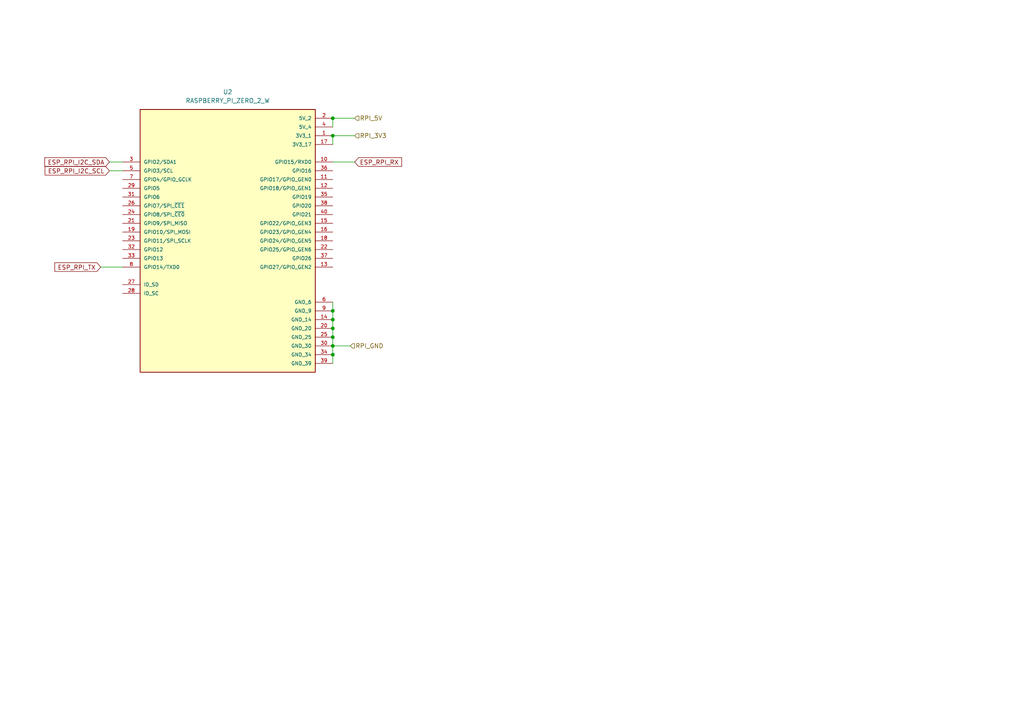
<source format=kicad_sch>
(kicad_sch (version 20250114) (generator "eeschema") (generator_version "9.0")
  (paper "A4")
  (lib_symbols
    (symbol "probe_sys1:RASPBERRY_PI_ZERO_2_W" (pin_names (offset 1.016))
      (property "Reference" "U" (at -25.42 39.3962 0))
      (property "Value" "RASPBERRY_PI_ZERO_2_W" (at -25.4191 -40.6687 0))
      (symbol "RASPBERRY_PI_ZERO_2_W_0_0"
        (rectangle (start -25.4 -38.1) (end 25.4 38.1) (stroke (width 0.254)) (fill (type background)))
        (pin bidirectional line (at -30.48 22.86 0) (length 5.08) (name "GPIO2/SDA1") (number "3"))
        (pin bidirectional line (at -30.48 20.32 0) (length 5.08) (name "GPIO3/SCL") (number "5"))
        (pin bidirectional line (at -30.48 17.78 0) (length 5.08) (name "GPIO4/GPIO_GCLK") (number "7"))
        (pin bidirectional line (at -30.48 15.24 0) (length 5.08) (name "GPIO5") (number "29"))
        (pin bidirectional line (at -30.48 12.7 0) (length 5.08) (name "GPIO6") (number "31"))
        (pin bidirectional line (at -30.48 10.16 0) (length 5.08) (name "GPIO7/SPI_~{CE1}") (number "26"))
        (pin bidirectional line (at -30.48 7.62 0) (length 5.08) (name "GPIO8/SPI_~{CE0}") (number "24"))
        (pin bidirectional line (at -30.48 5.08 0) (length 5.08) (name "GPIO9/SPI_MISO") (number "21"))
        (pin bidirectional line (at -30.48 2.54 0) (length 5.08) (name "GPIO10/SPI_MOSI") (number "19"))
        (pin bidirectional line (at -30.48 0 0) (length 5.08) (name "GPIO11/SPI_SCLK") (number "23"))
        (pin bidirectional line (at -30.48 -2.54 0) (length 5.08) (name "GPIO12") (number "32"))
        (pin bidirectional line (at -30.48 -5.08 0) (length 5.08) (name "GPIO13") (number "33"))
        (pin bidirectional line (at -30.48 -7.62 0) (length 5.08) (name "GPIO14/TXD0") (number "8"))
        (pin bidirectional line (at -30.48 -12.7 0) (length 5.08) (name "ID_SD") (number "27"))
        (pin bidirectional line (at -30.48 -15.24 0) (length 5.08) (name "ID_SC") (number "28"))
        (pin power_in line (at 30.48 35.56 180) (length 5.08) (name "5V_2") (number "2"))
        (pin power_in line (at 30.48 33.02 180) (length 5.08) (name "5V_4") (number "4"))
        (pin power_in line (at 30.48 30.48 180) (length 5.08) (name "3V3_1") (number "1"))
        (pin power_in line (at 30.48 27.94 180) (length 5.08) (name "3V3_17") (number "17"))
        (pin bidirectional line (at 30.48 22.86 180) (length 5.08) (name "GPIO15/RXD0") (number "10"))
        (pin bidirectional line (at 30.48 20.32 180) (length 5.08) (name "GPIO16") (number "36"))
        (pin bidirectional line (at 30.48 17.78 180) (length 5.08) (name "GPIO17/GPIO_GEN0") (number "11"))
        (pin bidirectional line (at 30.48 15.24 180) (length 5.08) (name "GPIO18/GPIO_GEN1") (number "12"))
        (pin bidirectional line (at 30.48 12.7 180) (length 5.08) (name "GPIO19") (number "35"))
        (pin bidirectional line (at 30.48 10.16 180) (length 5.08) (name "GPIO20") (number "38"))
        (pin bidirectional line (at 30.48 7.62 180) (length 5.08) (name "GPIO21") (number "40"))
        (pin bidirectional line (at 30.48 5.08 180) (length 5.08) (name "GPIO22/GPIO_GEN3") (number "15"))
        (pin bidirectional line (at 30.48 2.54 180) (length 5.08) (name "GPIO23/GPIO_GEN4") (number "16"))
        (pin bidirectional line (at 30.48 0 180) (length 5.08) (name "GPIO24/GPIO_GEN5") (number "18"))
        (pin bidirectional line (at 30.48 -2.54 180) (length 5.08) (name "GPIO25/GPIO_GEN6") (number "22"))
        (pin bidirectional line (at 30.48 -5.08 180) (length 5.08) (name "GPIO26") (number "37"))
        (pin bidirectional line (at 30.48 -7.62 180) (length 5.08) (name "GPIO27/GPIO_GEN2") (number "13"))
        (pin power_in line (at 30.48 -17.78 180) (length 5.08) (name "GND_6") (number "6"))
        (pin power_in line (at 30.48 -20.32 180) (length 5.08) (name "GND_9") (number "9"))
        (pin power_in line (at 30.48 -22.86 180) (length 5.08) (name "GND_14") (number "14"))
        (pin power_in line (at 30.48 -25.4 180) (length 5.08) (name "GND_20") (number "20"))
        (pin power_in line (at 30.48 -27.94 180) (length 5.08) (name "GND_25") (number "25"))
        (pin power_in line (at 30.48 -30.48 180) (length 5.08) (name "GND_30") (number "30"))
        (pin power_in line (at 30.48 -33.02 180) (length 5.08) (name "GND_34") (number "34"))
        (pin power_in line (at 30.48 -35.56 180) (length 5.08) (name "GND_39") (number "39"))
      )
    )
  )
  (junction (at 96.52 39.37))
  (junction (at 96.52 90.17))
  (junction (at 96.52 97.79))
  (junction (at 96.52 95.25))
  (junction (at 96.52 34.29))
  (junction (at 96.52 92.71))
  (junction (at 96.52 102.87))
  (junction (at 96.52 100.33))
  (wire (pts (xy 96.52 92.71) (xy 96.52 95.25)))
  (wire (pts (xy 96.52 34.29) (xy 102.87 34.29)))
  (wire (pts (xy 96.52 34.29) (xy 96.52 36.83)))
  (wire (pts (xy 96.52 100.33) (xy 101.6 100.33)))
  (wire (pts (xy 96.52 46.99) (xy 102.87 46.99)))
  (wire (pts (xy 96.52 97.79) (xy 96.52 100.33)))
  (wire (pts (xy 96.52 95.25) (xy 96.52 97.79)))
  (wire (pts (xy 31.75 49.53) (xy 35.56 49.53)))
  (wire (pts (xy 96.52 102.87) (xy 96.52 105.41)))
  (wire (pts (xy 31.75 46.99) (xy 35.56 46.99)))
  (wire (pts (xy 96.52 39.37) (xy 102.87 39.37)))
  (wire (pts (xy 96.52 39.37) (xy 96.52 41.91)))
  (wire (pts (xy 29.21 77.47) (xy 35.56 77.47)))
  (wire (pts (xy 96.52 90.17) (xy 96.52 92.71)))
  (wire (pts (xy 96.52 87.63) (xy 96.52 90.17)))
  (wire (pts (xy 96.52 100.33) (xy 96.52 102.87)))
  (global_label "ESP_RPI_I2C_SCL" (shape input) (at 31.75 49.53 180) (property "Intersheetrefs" "${INTERSHEET_REFS}" (effects (hide yes))))
  (global_label "ESP_RPI_TX" (shape input) (at 29.21 77.47 180) (property "Intersheetrefs" "${INTERSHEET_REFS}" (effects (hide yes))))
  (global_label "ESP_RPI_RX" (shape input) (at 102.87 46.99 0) (property "Intersheetrefs" "${INTERSHEET_REFS}" (effects (hide yes))))
  (global_label "ESP_RPI_I2C_SDA" (shape input) (at 31.75 46.99 180) (property "Intersheetrefs" "${INTERSHEET_REFS}" (effects (hide yes))))
  (hierarchical_label "RPI_GND" (shape input) (at 101.6 100.33 0))
  (hierarchical_label "RPI_3V3" (shape input) (at 102.87 39.37 0))
  (hierarchical_label "RPI_5V" (shape input) (at 102.87 34.29 0))
  (symbol (lib_id "probe_sys1:RASPBERRY_PI_ZERO_2_W") (at 66.04 69.85 0) (unit 1)
    (property "Reference" "U2" (at 66.04 26.67 0))
    (property "Value" "RASPBERRY_PI_ZERO_2_W" (at 66.04 29.21 0))
    (property "Footprint" "probe_sys1:MODULE_RASPBERRY_PI_ZERO_2_W" (effects (hide yes)))
    (property "MF" "Raspberry Pi" (effects (hide yes)))
    (property "Description_1" "At the heart of Raspberry Pi Zero 2 W is RP3A0, a custom-built system-in-package designed by Raspberry Pi in the UK." (effects (hide yes)))
    (property "Package" "None" (effects (hide yes)))
    (property "Price" "None" (effects (hide yes)))
    (property "Check_prices" "https://www.snapeda.com/parts/RASPBERRY%20PI%20ZERO%202%20W/Raspberry+Pi/view-part/?ref=eda" (effects (hide yes)))
    (property "STANDARD" "Manufacturer Recommendations" (effects (hide yes)))
    (property "PARTREV" "April 2024" (effects (hide yes)))
    (property "SnapEDA_Link" "https://www.snapeda.com/parts/RASPBERRY%20PI%20ZERO%202%20W/Raspberry+Pi/view-part/?ref=snap" (effects (hide yes)))
    (property "MP" "RASPBERRY PI ZERO 2 W" (effects (hide yes)))
    (property "Availability" "In Stock" (effects (hide yes)))
    (property "MANUFACTURER" "Raspberry Pi" (effects (hide yes)))
  )
)
</source>
